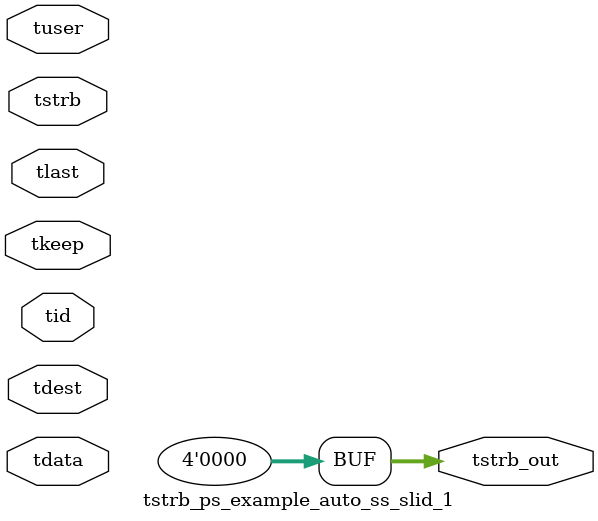
<source format=v>


`timescale 1ps/1ps

module tstrb_ps_example_auto_ss_slid_1 #
(
parameter C_S_AXIS_TDATA_WIDTH = 32,
parameter C_S_AXIS_TUSER_WIDTH = 0,
parameter C_S_AXIS_TID_WIDTH   = 0,
parameter C_S_AXIS_TDEST_WIDTH = 0,
parameter C_M_AXIS_TDATA_WIDTH = 32
)
(
input  [(C_S_AXIS_TDATA_WIDTH == 0 ? 1 : C_S_AXIS_TDATA_WIDTH)-1:0     ] tdata,
input  [(C_S_AXIS_TUSER_WIDTH == 0 ? 1 : C_S_AXIS_TUSER_WIDTH)-1:0     ] tuser,
input  [(C_S_AXIS_TID_WIDTH   == 0 ? 1 : C_S_AXIS_TID_WIDTH)-1:0       ] tid,
input  [(C_S_AXIS_TDEST_WIDTH == 0 ? 1 : C_S_AXIS_TDEST_WIDTH)-1:0     ] tdest,
input  [(C_S_AXIS_TDATA_WIDTH/8)-1:0 ] tkeep,
input  [(C_S_AXIS_TDATA_WIDTH/8)-1:0 ] tstrb,
input                                                                    tlast,
output [(C_M_AXIS_TDATA_WIDTH/8)-1:0 ] tstrb_out
);

assign tstrb_out = {1'b0};

endmodule


</source>
